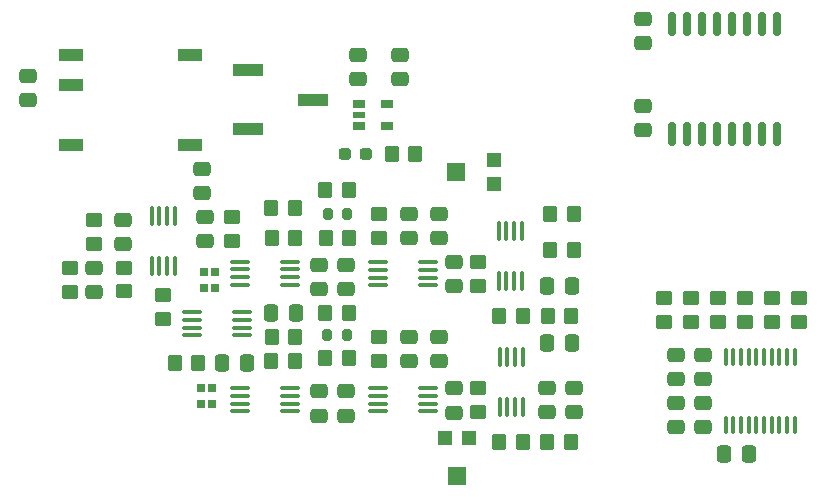
<source format=gtp>
G04 #@! TF.GenerationSoftware,KiCad,Pcbnew,7.0.8*
G04 #@! TF.CreationDate,2024-04-12T14:18:42-07:00*
G04 #@! TF.ProjectId,2-channel-EEG,322d6368-616e-46e6-956c-2d4545472e6b,rev?*
G04 #@! TF.SameCoordinates,Original*
G04 #@! TF.FileFunction,Paste,Top*
G04 #@! TF.FilePolarity,Positive*
%FSLAX46Y46*%
G04 Gerber Fmt 4.6, Leading zero omitted, Abs format (unit mm)*
G04 Created by KiCad (PCBNEW 7.0.8) date 2024-04-12 14:18:42*
%MOMM*%
%LPD*%
G01*
G04 APERTURE LIST*
G04 Aperture macros list*
%AMRoundRect*
0 Rectangle with rounded corners*
0 $1 Rounding radius*
0 $2 $3 $4 $5 $6 $7 $8 $9 X,Y pos of 4 corners*
0 Add a 4 corners polygon primitive as box body*
4,1,4,$2,$3,$4,$5,$6,$7,$8,$9,$2,$3,0*
0 Add four circle primitives for the rounded corners*
1,1,$1+$1,$2,$3*
1,1,$1+$1,$4,$5*
1,1,$1+$1,$6,$7*
1,1,$1+$1,$8,$9*
0 Add four rect primitives between the rounded corners*
20,1,$1+$1,$2,$3,$4,$5,0*
20,1,$1+$1,$4,$5,$6,$7,0*
20,1,$1+$1,$6,$7,$8,$9,0*
20,1,$1+$1,$8,$9,$2,$3,0*%
G04 Aperture macros list end*
%ADD10RoundRect,0.250000X-0.475000X0.337500X-0.475000X-0.337500X0.475000X-0.337500X0.475000X0.337500X0*%
%ADD11RoundRect,0.200000X0.200000X0.275000X-0.200000X0.275000X-0.200000X-0.275000X0.200000X-0.275000X0*%
%ADD12RoundRect,0.250000X0.350000X0.450000X-0.350000X0.450000X-0.350000X-0.450000X0.350000X-0.450000X0*%
%ADD13RoundRect,0.250000X-0.450000X0.350000X-0.450000X-0.350000X0.450000X-0.350000X0.450000X0.350000X0*%
%ADD14RoundRect,0.100000X-0.712500X-0.100000X0.712500X-0.100000X0.712500X0.100000X-0.712500X0.100000X0*%
%ADD15RoundRect,0.250000X-0.350000X-0.450000X0.350000X-0.450000X0.350000X0.450000X-0.350000X0.450000X0*%
%ADD16RoundRect,0.250000X0.337500X0.475000X-0.337500X0.475000X-0.337500X-0.475000X0.337500X-0.475000X0*%
%ADD17RoundRect,0.100000X-0.100000X0.712500X-0.100000X-0.712500X0.100000X-0.712500X0.100000X0.712500X0*%
%ADD18RoundRect,0.250000X0.475000X-0.337500X0.475000X0.337500X-0.475000X0.337500X-0.475000X-0.337500X0*%
%ADD19RoundRect,0.100000X0.100000X-0.637500X0.100000X0.637500X-0.100000X0.637500X-0.100000X-0.637500X0*%
%ADD20RoundRect,0.250000X0.450000X-0.350000X0.450000X0.350000X-0.450000X0.350000X-0.450000X-0.350000X0*%
%ADD21RoundRect,0.150000X0.150000X-0.875000X0.150000X0.875000X-0.150000X0.875000X-0.150000X-0.875000X0*%
%ADD22RoundRect,0.250000X-0.337500X-0.475000X0.337500X-0.475000X0.337500X0.475000X-0.337500X0.475000X0*%
%ADD23R,2.100000X1.000000*%
%ADD24R,2.500000X1.000000*%
%ADD25R,0.640000X0.700000*%
%ADD26R,1.200000X1.200000*%
%ADD27R,1.500000X1.600000*%
%ADD28R,1.600000X1.500000*%
%ADD29R,1.000000X0.800000*%
%ADD30R,1.000000X0.600000*%
%ADD31RoundRect,0.237500X-0.287500X-0.237500X0.287500X-0.237500X0.287500X0.237500X-0.287500X0.237500X0*%
%ADD32RoundRect,0.100000X0.100000X-0.712500X0.100000X0.712500X-0.100000X0.712500X-0.100000X-0.712500X0*%
G04 APERTURE END LIST*
D10*
X164592000Y-99038500D03*
X164592000Y-101113500D03*
D11*
X159305000Y-109344453D03*
X157655000Y-109344453D03*
D10*
X168402000Y-103102500D03*
X168402000Y-105177500D03*
D12*
X154940000Y-101092000D03*
X152940000Y-101092000D03*
D13*
X143764000Y-105934000D03*
X143764000Y-107934000D03*
D12*
X154924000Y-111506000D03*
X152924000Y-111506000D03*
D14*
X146223500Y-107412000D03*
X146223500Y-108062000D03*
X146223500Y-108712000D03*
X146223500Y-109362000D03*
X150448500Y-109362000D03*
X150448500Y-108712000D03*
X150448500Y-108062000D03*
X150448500Y-107412000D03*
D15*
X172228000Y-118364000D03*
X174228000Y-118364000D03*
D16*
X154961500Y-107442000D03*
X152886500Y-107442000D03*
D11*
X159321000Y-99060000D03*
X157671000Y-99060000D03*
D17*
X174122500Y-100503500D03*
X173472500Y-100503500D03*
X172822500Y-100503500D03*
X172172500Y-100503500D03*
X172172500Y-104728500D03*
X172822500Y-104728500D03*
X173472500Y-104728500D03*
X174122500Y-104728500D03*
D13*
X190754000Y-106188000D03*
X190754000Y-108188000D03*
D10*
X160274000Y-85576500D03*
X160274000Y-87651500D03*
X189484000Y-115040500D03*
X189484000Y-117115500D03*
D18*
X184404000Y-91969500D03*
X184404000Y-89894500D03*
D10*
X189484000Y-110976500D03*
X189484000Y-113051500D03*
X187198000Y-110976500D03*
X187198000Y-113051500D03*
X159258000Y-103356500D03*
X159258000Y-105431500D03*
D19*
X191385000Y-116908500D03*
X192035000Y-116908500D03*
X192685000Y-116908500D03*
X193335000Y-116908500D03*
X193985000Y-116908500D03*
X194635000Y-116908500D03*
X195285000Y-116908500D03*
X195935000Y-116908500D03*
X196585000Y-116908500D03*
X197235000Y-116908500D03*
X197235000Y-111183500D03*
X196585000Y-111183500D03*
X195935000Y-111183500D03*
X195285000Y-111183500D03*
X194635000Y-111183500D03*
X193985000Y-111183500D03*
X193335000Y-111183500D03*
X192685000Y-111183500D03*
X192035000Y-111183500D03*
X191385000Y-111183500D03*
D20*
X170434000Y-115848250D03*
X170434000Y-113848250D03*
D21*
X186817000Y-92280000D03*
X188087000Y-92280000D03*
X189357000Y-92280000D03*
X190627000Y-92280000D03*
X191897000Y-92280000D03*
X193167000Y-92280000D03*
X194437000Y-92280000D03*
X195707000Y-92280000D03*
X195707000Y-82980000D03*
X194437000Y-82980000D03*
X193167000Y-82980000D03*
X191897000Y-82980000D03*
X190627000Y-82980000D03*
X189357000Y-82980000D03*
X188087000Y-82980000D03*
X186817000Y-82980000D03*
D10*
X132334000Y-87354500D03*
X132334000Y-89429500D03*
D14*
X150287500Y-113833000D03*
X150287500Y-114483000D03*
X150287500Y-115133000D03*
X150287500Y-115783000D03*
X154512500Y-115783000D03*
X154512500Y-115133000D03*
X154512500Y-114483000D03*
X154512500Y-113833000D03*
D18*
X184404000Y-84603500D03*
X184404000Y-82528500D03*
D22*
X176254500Y-109982000D03*
X178329500Y-109982000D03*
X176254500Y-105156000D03*
X178329500Y-105156000D03*
D13*
X188468000Y-106188000D03*
X188468000Y-108188000D03*
X186182000Y-106188000D03*
X186182000Y-108188000D03*
D23*
X135920000Y-85598000D03*
X135920000Y-88138000D03*
X135920000Y-93218000D03*
X146020000Y-93218000D03*
X146020000Y-85598000D03*
D18*
X140320000Y-101621500D03*
X140320000Y-99546500D03*
D15*
X152940000Y-109474000D03*
X154940000Y-109474000D03*
D24*
X150920000Y-86908000D03*
X156420000Y-89408000D03*
X150920000Y-91908000D03*
D12*
X159480000Y-111252000D03*
X157480000Y-111252000D03*
D10*
X156972000Y-103356500D03*
X156972000Y-105431500D03*
D12*
X159480000Y-107442000D03*
X157480000Y-107442000D03*
D25*
X148160500Y-103956000D03*
X147220500Y-103956000D03*
X147220500Y-105356000D03*
X148160500Y-105356000D03*
D26*
X171780000Y-96504000D03*
D27*
X168530000Y-95504000D03*
D26*
X171780000Y-94504000D03*
D13*
X195326000Y-106204000D03*
X195326000Y-108204000D03*
X137922000Y-99584000D03*
X137922000Y-101584000D03*
D14*
X161971500Y-103165000D03*
X161971500Y-103815000D03*
X161971500Y-104465000D03*
X161971500Y-105115000D03*
X166196500Y-105115000D03*
X166196500Y-104465000D03*
X166196500Y-103815000D03*
X166196500Y-103165000D03*
D20*
X140462000Y-105632000D03*
X140462000Y-103632000D03*
D14*
X150228500Y-103124000D03*
X150228500Y-103774000D03*
X150228500Y-104424000D03*
X150228500Y-105074000D03*
X154453500Y-105074000D03*
X154453500Y-104424000D03*
X154453500Y-103774000D03*
X154453500Y-103124000D03*
D10*
X163830000Y-85576500D03*
X163830000Y-87651500D03*
X164592000Y-109452500D03*
X164592000Y-111527500D03*
D12*
X159496000Y-97028000D03*
X157496000Y-97028000D03*
D20*
X162052000Y-111506000D03*
X162052000Y-109506000D03*
D18*
X176276000Y-115845500D03*
X176276000Y-113770500D03*
D20*
X162052000Y-101076000D03*
X162052000Y-99076000D03*
D13*
X170434000Y-103140000D03*
X170434000Y-105140000D03*
D18*
X137922000Y-105685500D03*
X137922000Y-103610500D03*
D12*
X178308000Y-107696000D03*
X176308000Y-107696000D03*
D10*
X159258000Y-114064750D03*
X159258000Y-116139750D03*
D17*
X174203000Y-111171500D03*
X173553000Y-111171500D03*
X172903000Y-111171500D03*
X172253000Y-111171500D03*
X172253000Y-115396500D03*
X172903000Y-115396500D03*
X173553000Y-115396500D03*
X174203000Y-115396500D03*
D14*
X161971500Y-113833000D03*
X161971500Y-114483000D03*
X161971500Y-115133000D03*
X161971500Y-115783000D03*
X166196500Y-115783000D03*
X166196500Y-115133000D03*
X166196500Y-114483000D03*
X166196500Y-113833000D03*
D22*
X148742000Y-111689000D03*
X150817000Y-111689000D03*
D26*
X169656000Y-118034000D03*
D28*
X168656000Y-121284000D03*
D26*
X167656000Y-118034000D03*
D13*
X193040000Y-106188000D03*
X193040000Y-108188000D03*
X197612000Y-106188000D03*
X197612000Y-108188000D03*
D10*
X187198000Y-115040500D03*
X187198000Y-117115500D03*
X156972000Y-114064750D03*
X156972000Y-116139750D03*
D15*
X152908000Y-98552000D03*
X154908000Y-98552000D03*
X176546000Y-102108000D03*
X178546000Y-102108000D03*
D10*
X168402000Y-113810750D03*
X168402000Y-115885750D03*
D20*
X135890000Y-105648000D03*
X135890000Y-103648000D03*
X149606000Y-101346000D03*
X149606000Y-99346000D03*
D15*
X172228000Y-107696000D03*
X174228000Y-107696000D03*
D12*
X159512000Y-101092000D03*
X157512000Y-101092000D03*
D10*
X167132000Y-109452500D03*
X167132000Y-111527500D03*
D15*
X144715500Y-111689000D03*
X146715500Y-111689000D03*
D18*
X147066000Y-97303500D03*
X147066000Y-95228500D03*
D29*
X160344000Y-89728000D03*
D30*
X160344000Y-90678000D03*
D29*
X160344000Y-91628000D03*
X162744000Y-91628000D03*
X162744000Y-89728000D03*
D25*
X147906500Y-113792000D03*
X146966500Y-113792000D03*
X146966500Y-115192000D03*
X147906500Y-115192000D03*
D10*
X147320000Y-99292500D03*
X147320000Y-101367500D03*
D12*
X178292000Y-118364000D03*
X176292000Y-118364000D03*
X178546000Y-99060000D03*
X176546000Y-99060000D03*
D16*
X193315500Y-119380000D03*
X191240500Y-119380000D03*
D10*
X178562000Y-113770500D03*
X178562000Y-115845500D03*
X167132000Y-99038500D03*
X167132000Y-101113500D03*
D15*
X163100000Y-93980000D03*
X165100000Y-93980000D03*
D31*
X159161000Y-93980000D03*
X160911000Y-93980000D03*
D32*
X142789000Y-103458500D03*
X143439000Y-103458500D03*
X144089000Y-103458500D03*
X144739000Y-103458500D03*
X144739000Y-99233500D03*
X144089000Y-99233500D03*
X143439000Y-99233500D03*
X142789000Y-99233500D03*
M02*

</source>
